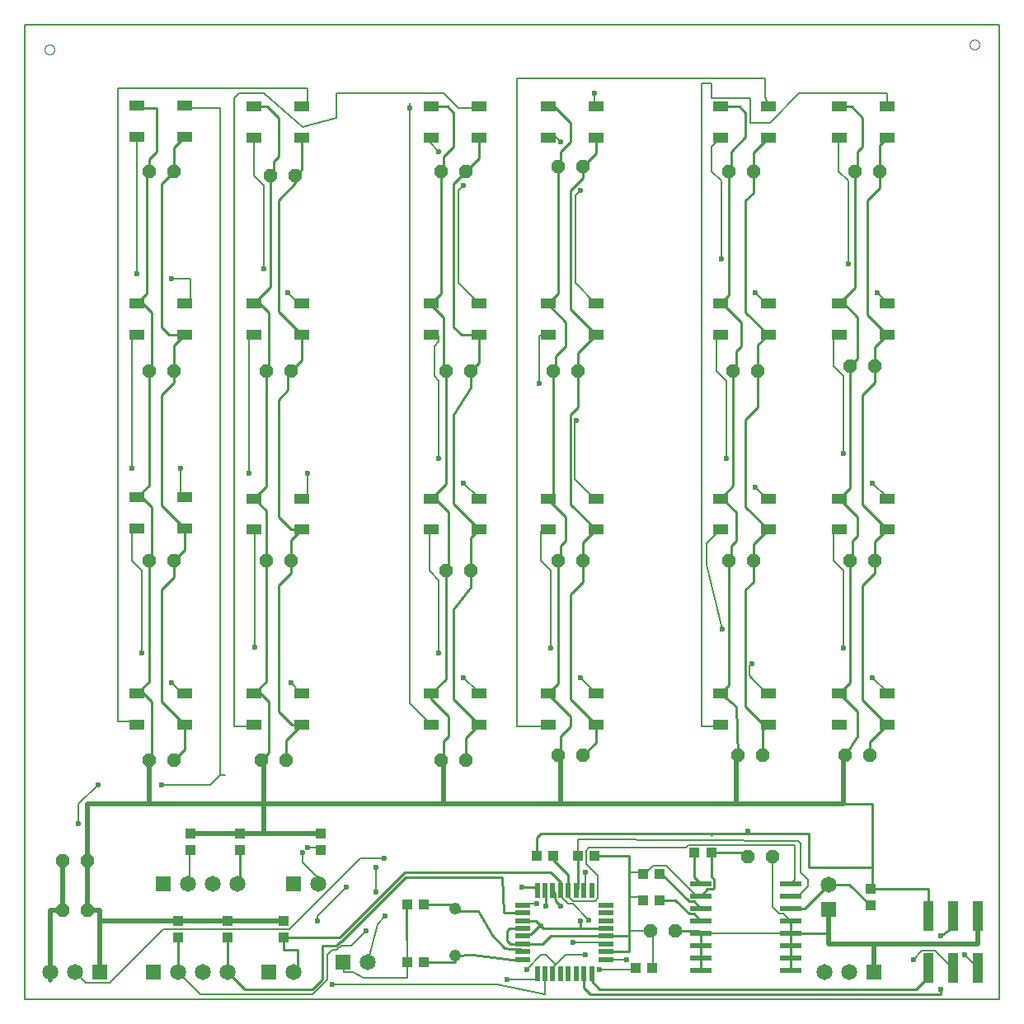
<source format=gtl>
G75*
%MOIN*%
%OFA0B0*%
%FSLAX25Y25*%
%IPPOS*%
%LPD*%
%AMOC8*
5,1,8,0,0,1.08239X$1,22.5*
%
%ADD10C,0.00000*%
%ADD11R,0.05906X0.03937*%
%ADD12R,0.03937X0.12205*%
%ADD13R,0.06496X0.06496*%
%ADD14C,0.06496*%
%ADD15R,0.05906X0.02165*%
%ADD16R,0.02165X0.05906*%
%ADD17R,0.04331X0.03937*%
%ADD18R,0.03937X0.04331*%
%ADD19C,0.04800*%
%ADD20OC8,0.05600*%
%ADD21R,0.08661X0.02362*%
%ADD22C,0.00600*%
%ADD23C,0.02362*%
%ADD24C,0.01000*%
%ADD25C,0.00591*%
%ADD26C,0.02000*%
D10*
X0071650Y0386047D02*
X0071652Y0386135D01*
X0071658Y0386223D01*
X0071668Y0386311D01*
X0071682Y0386399D01*
X0071699Y0386485D01*
X0071721Y0386571D01*
X0071746Y0386655D01*
X0071776Y0386739D01*
X0071808Y0386821D01*
X0071845Y0386901D01*
X0071885Y0386980D01*
X0071929Y0387057D01*
X0071976Y0387132D01*
X0072026Y0387204D01*
X0072080Y0387275D01*
X0072136Y0387342D01*
X0072196Y0387408D01*
X0072258Y0387470D01*
X0072324Y0387530D01*
X0072391Y0387586D01*
X0072462Y0387640D01*
X0072534Y0387690D01*
X0072609Y0387737D01*
X0072686Y0387781D01*
X0072765Y0387821D01*
X0072845Y0387858D01*
X0072927Y0387890D01*
X0073011Y0387920D01*
X0073095Y0387945D01*
X0073181Y0387967D01*
X0073267Y0387984D01*
X0073355Y0387998D01*
X0073443Y0388008D01*
X0073531Y0388014D01*
X0073619Y0388016D01*
X0073707Y0388014D01*
X0073795Y0388008D01*
X0073883Y0387998D01*
X0073971Y0387984D01*
X0074057Y0387967D01*
X0074143Y0387945D01*
X0074227Y0387920D01*
X0074311Y0387890D01*
X0074393Y0387858D01*
X0074473Y0387821D01*
X0074552Y0387781D01*
X0074629Y0387737D01*
X0074704Y0387690D01*
X0074776Y0387640D01*
X0074847Y0387586D01*
X0074914Y0387530D01*
X0074980Y0387470D01*
X0075042Y0387408D01*
X0075102Y0387342D01*
X0075158Y0387275D01*
X0075212Y0387204D01*
X0075262Y0387132D01*
X0075309Y0387057D01*
X0075353Y0386980D01*
X0075393Y0386901D01*
X0075430Y0386821D01*
X0075462Y0386739D01*
X0075492Y0386655D01*
X0075517Y0386571D01*
X0075539Y0386485D01*
X0075556Y0386399D01*
X0075570Y0386311D01*
X0075580Y0386223D01*
X0075586Y0386135D01*
X0075588Y0386047D01*
X0075586Y0385959D01*
X0075580Y0385871D01*
X0075570Y0385783D01*
X0075556Y0385695D01*
X0075539Y0385609D01*
X0075517Y0385523D01*
X0075492Y0385439D01*
X0075462Y0385355D01*
X0075430Y0385273D01*
X0075393Y0385193D01*
X0075353Y0385114D01*
X0075309Y0385037D01*
X0075262Y0384962D01*
X0075212Y0384890D01*
X0075158Y0384819D01*
X0075102Y0384752D01*
X0075042Y0384686D01*
X0074980Y0384624D01*
X0074914Y0384564D01*
X0074847Y0384508D01*
X0074776Y0384454D01*
X0074704Y0384404D01*
X0074629Y0384357D01*
X0074552Y0384313D01*
X0074473Y0384273D01*
X0074393Y0384236D01*
X0074311Y0384204D01*
X0074227Y0384174D01*
X0074143Y0384149D01*
X0074057Y0384127D01*
X0073971Y0384110D01*
X0073883Y0384096D01*
X0073795Y0384086D01*
X0073707Y0384080D01*
X0073619Y0384078D01*
X0073531Y0384080D01*
X0073443Y0384086D01*
X0073355Y0384096D01*
X0073267Y0384110D01*
X0073181Y0384127D01*
X0073095Y0384149D01*
X0073011Y0384174D01*
X0072927Y0384204D01*
X0072845Y0384236D01*
X0072765Y0384273D01*
X0072686Y0384313D01*
X0072609Y0384357D01*
X0072534Y0384404D01*
X0072462Y0384454D01*
X0072391Y0384508D01*
X0072324Y0384564D01*
X0072258Y0384624D01*
X0072196Y0384686D01*
X0072136Y0384752D01*
X0072080Y0384819D01*
X0072026Y0384890D01*
X0071976Y0384962D01*
X0071929Y0385037D01*
X0071885Y0385114D01*
X0071845Y0385193D01*
X0071808Y0385273D01*
X0071776Y0385355D01*
X0071746Y0385439D01*
X0071721Y0385523D01*
X0071699Y0385609D01*
X0071682Y0385695D01*
X0071668Y0385783D01*
X0071658Y0385871D01*
X0071652Y0385959D01*
X0071650Y0386047D01*
X0445666Y0388015D02*
X0445668Y0388103D01*
X0445674Y0388191D01*
X0445684Y0388279D01*
X0445698Y0388367D01*
X0445715Y0388453D01*
X0445737Y0388539D01*
X0445762Y0388623D01*
X0445792Y0388707D01*
X0445824Y0388789D01*
X0445861Y0388869D01*
X0445901Y0388948D01*
X0445945Y0389025D01*
X0445992Y0389100D01*
X0446042Y0389172D01*
X0446096Y0389243D01*
X0446152Y0389310D01*
X0446212Y0389376D01*
X0446274Y0389438D01*
X0446340Y0389498D01*
X0446407Y0389554D01*
X0446478Y0389608D01*
X0446550Y0389658D01*
X0446625Y0389705D01*
X0446702Y0389749D01*
X0446781Y0389789D01*
X0446861Y0389826D01*
X0446943Y0389858D01*
X0447027Y0389888D01*
X0447111Y0389913D01*
X0447197Y0389935D01*
X0447283Y0389952D01*
X0447371Y0389966D01*
X0447459Y0389976D01*
X0447547Y0389982D01*
X0447635Y0389984D01*
X0447723Y0389982D01*
X0447811Y0389976D01*
X0447899Y0389966D01*
X0447987Y0389952D01*
X0448073Y0389935D01*
X0448159Y0389913D01*
X0448243Y0389888D01*
X0448327Y0389858D01*
X0448409Y0389826D01*
X0448489Y0389789D01*
X0448568Y0389749D01*
X0448645Y0389705D01*
X0448720Y0389658D01*
X0448792Y0389608D01*
X0448863Y0389554D01*
X0448930Y0389498D01*
X0448996Y0389438D01*
X0449058Y0389376D01*
X0449118Y0389310D01*
X0449174Y0389243D01*
X0449228Y0389172D01*
X0449278Y0389100D01*
X0449325Y0389025D01*
X0449369Y0388948D01*
X0449409Y0388869D01*
X0449446Y0388789D01*
X0449478Y0388707D01*
X0449508Y0388623D01*
X0449533Y0388539D01*
X0449555Y0388453D01*
X0449572Y0388367D01*
X0449586Y0388279D01*
X0449596Y0388191D01*
X0449602Y0388103D01*
X0449604Y0388015D01*
X0449602Y0387927D01*
X0449596Y0387839D01*
X0449586Y0387751D01*
X0449572Y0387663D01*
X0449555Y0387577D01*
X0449533Y0387491D01*
X0449508Y0387407D01*
X0449478Y0387323D01*
X0449446Y0387241D01*
X0449409Y0387161D01*
X0449369Y0387082D01*
X0449325Y0387005D01*
X0449278Y0386930D01*
X0449228Y0386858D01*
X0449174Y0386787D01*
X0449118Y0386720D01*
X0449058Y0386654D01*
X0448996Y0386592D01*
X0448930Y0386532D01*
X0448863Y0386476D01*
X0448792Y0386422D01*
X0448720Y0386372D01*
X0448645Y0386325D01*
X0448568Y0386281D01*
X0448489Y0386241D01*
X0448409Y0386204D01*
X0448327Y0386172D01*
X0448243Y0386142D01*
X0448159Y0386117D01*
X0448073Y0386095D01*
X0447987Y0386078D01*
X0447899Y0386064D01*
X0447811Y0386054D01*
X0447723Y0386048D01*
X0447635Y0386046D01*
X0447547Y0386048D01*
X0447459Y0386054D01*
X0447371Y0386064D01*
X0447283Y0386078D01*
X0447197Y0386095D01*
X0447111Y0386117D01*
X0447027Y0386142D01*
X0446943Y0386172D01*
X0446861Y0386204D01*
X0446781Y0386241D01*
X0446702Y0386281D01*
X0446625Y0386325D01*
X0446550Y0386372D01*
X0446478Y0386422D01*
X0446407Y0386476D01*
X0446340Y0386532D01*
X0446274Y0386592D01*
X0446212Y0386654D01*
X0446152Y0386720D01*
X0446096Y0386787D01*
X0446042Y0386858D01*
X0445992Y0386930D01*
X0445945Y0387005D01*
X0445901Y0387082D01*
X0445861Y0387161D01*
X0445824Y0387241D01*
X0445792Y0387323D01*
X0445762Y0387407D01*
X0445737Y0387491D01*
X0445715Y0387577D01*
X0445698Y0387663D01*
X0445684Y0387751D01*
X0445674Y0387839D01*
X0445668Y0387927D01*
X0445666Y0388015D01*
D11*
X0412335Y0362991D03*
X0412335Y0350393D03*
X0393044Y0350393D03*
X0393044Y0362991D03*
X0364146Y0362991D03*
X0364146Y0350393D03*
X0344855Y0350393D03*
X0344855Y0362991D03*
X0294461Y0362991D03*
X0294461Y0350393D03*
X0275170Y0350393D03*
X0275170Y0362991D03*
X0247335Y0362991D03*
X0247335Y0350393D03*
X0228044Y0350393D03*
X0228044Y0362991D03*
X0175642Y0362991D03*
X0175642Y0350393D03*
X0156351Y0350393D03*
X0156351Y0362991D03*
X0128280Y0363385D03*
X0128280Y0350787D03*
X0108989Y0350787D03*
X0108989Y0363385D03*
X0108989Y0283306D03*
X0108989Y0270708D03*
X0128280Y0270708D03*
X0128280Y0283306D03*
X0156233Y0283306D03*
X0156233Y0270708D03*
X0175524Y0270708D03*
X0175524Y0283306D03*
X0228044Y0283306D03*
X0228044Y0270708D03*
X0247335Y0270708D03*
X0247335Y0283306D03*
X0275170Y0283306D03*
X0275170Y0270708D03*
X0294461Y0270708D03*
X0294461Y0283306D03*
X0344855Y0283306D03*
X0344855Y0270708D03*
X0364146Y0270708D03*
X0364146Y0283306D03*
X0393044Y0283306D03*
X0393044Y0270708D03*
X0412335Y0270708D03*
X0412335Y0283306D03*
X0412335Y0204527D03*
X0412335Y0191928D03*
X0393044Y0191928D03*
X0393044Y0204527D03*
X0364146Y0204527D03*
X0364146Y0191928D03*
X0344855Y0191928D03*
X0344855Y0204527D03*
X0294461Y0204527D03*
X0294461Y0191928D03*
X0275170Y0191928D03*
X0275170Y0204527D03*
X0247335Y0204527D03*
X0247335Y0191928D03*
X0228044Y0191928D03*
X0228044Y0204527D03*
X0175524Y0204527D03*
X0175524Y0191928D03*
X0156233Y0191928D03*
X0156233Y0204527D03*
X0128280Y0204921D03*
X0128280Y0192322D03*
X0108989Y0192322D03*
X0108989Y0204921D03*
X0108989Y0125590D03*
X0108989Y0112991D03*
X0128280Y0112991D03*
X0128280Y0125590D03*
X0156233Y0125590D03*
X0156233Y0112991D03*
X0175524Y0112991D03*
X0175524Y0125590D03*
X0228044Y0125590D03*
X0228044Y0112991D03*
X0247335Y0112991D03*
X0247335Y0125590D03*
X0275170Y0125590D03*
X0275170Y0112991D03*
X0294461Y0112991D03*
X0294461Y0125590D03*
X0344855Y0125590D03*
X0344855Y0112991D03*
X0364146Y0112991D03*
X0364146Y0125590D03*
X0393044Y0125590D03*
X0393044Y0112991D03*
X0412335Y0112991D03*
X0412335Y0125590D03*
D12*
X0429107Y0035826D03*
X0439107Y0035826D03*
X0449107Y0035826D03*
X0449107Y0014566D03*
X0439107Y0014566D03*
X0429107Y0014566D03*
D13*
X0407020Y0013188D03*
X0388579Y0038527D03*
X0192335Y0017125D03*
X0162335Y0013188D03*
X0172217Y0048621D03*
X0119540Y0048621D03*
X0115485Y0013188D03*
X0094028Y0013188D03*
D14*
X0084028Y0013188D03*
X0074028Y0013188D03*
X0125485Y0013188D03*
X0135485Y0013188D03*
X0145485Y0013188D03*
X0172335Y0013188D03*
X0202335Y0017125D03*
X0182217Y0048621D03*
X0149540Y0048621D03*
X0139540Y0048621D03*
X0129540Y0048621D03*
X0388579Y0048527D03*
X0387020Y0013188D03*
X0397020Y0013188D03*
D15*
X0298753Y0018110D03*
X0298753Y0021259D03*
X0298753Y0024409D03*
X0298753Y0027558D03*
X0298753Y0030708D03*
X0298753Y0033858D03*
X0298753Y0037007D03*
X0298753Y0040157D03*
X0264894Y0040157D03*
X0264894Y0037007D03*
X0264894Y0033858D03*
X0264894Y0030708D03*
X0264894Y0027558D03*
X0264894Y0024409D03*
X0264894Y0021259D03*
X0264894Y0018110D03*
D16*
X0270800Y0012204D03*
X0273949Y0012204D03*
X0277099Y0012204D03*
X0280249Y0012204D03*
X0283398Y0012204D03*
X0286548Y0012204D03*
X0289698Y0012204D03*
X0292847Y0012204D03*
X0292847Y0046062D03*
X0289698Y0046062D03*
X0286548Y0046062D03*
X0283398Y0046062D03*
X0280249Y0046062D03*
X0277099Y0046062D03*
X0273949Y0046062D03*
X0270800Y0046062D03*
D17*
X0224934Y0040354D03*
X0218241Y0040354D03*
X0218170Y0017173D03*
X0224863Y0017173D03*
X0183280Y0062401D03*
X0183280Y0069094D03*
X0150603Y0069094D03*
X0150603Y0062401D03*
X0130603Y0062401D03*
X0130603Y0069094D03*
X0125485Y0033661D03*
X0125485Y0026968D03*
X0145485Y0026968D03*
X0145485Y0033661D03*
X0168398Y0033661D03*
X0168398Y0026968D03*
X0405509Y0039984D03*
X0405509Y0046677D03*
D18*
X0341138Y0061362D03*
X0334446Y0061362D03*
X0320272Y0052858D03*
X0313579Y0052858D03*
X0313579Y0041991D03*
X0320272Y0041991D03*
X0293871Y0059881D03*
X0287178Y0059881D03*
X0277375Y0059881D03*
X0270682Y0059881D03*
X0310593Y0014645D03*
X0317286Y0014645D03*
D19*
X0237453Y0019759D03*
X0237453Y0038759D03*
D20*
X0242005Y0098645D03*
X0232005Y0098645D03*
X0279249Y0100614D03*
X0289249Y0100614D03*
X0352083Y0100614D03*
X0362083Y0100614D03*
X0395390Y0100614D03*
X0405390Y0100614D03*
X0366020Y0059669D03*
X0356020Y0059669D03*
X0326650Y0029747D03*
X0316650Y0029747D03*
X0169170Y0098645D03*
X0159170Y0098645D03*
X0123894Y0098645D03*
X0113894Y0098645D03*
X0089028Y0058188D03*
X0079028Y0058188D03*
X0079028Y0038188D03*
X0089028Y0038188D03*
X0233973Y0175417D03*
X0243973Y0175417D03*
X0279249Y0179354D03*
X0289249Y0179354D03*
X0348146Y0179354D03*
X0358146Y0179354D03*
X0397359Y0179354D03*
X0407359Y0179354D03*
X0407359Y0258094D03*
X0397359Y0258094D03*
X0360115Y0256125D03*
X0350115Y0256125D03*
X0287280Y0256125D03*
X0277280Y0256125D03*
X0243973Y0256125D03*
X0233973Y0256125D03*
X0171138Y0256125D03*
X0161138Y0256125D03*
X0123894Y0256125D03*
X0113894Y0256125D03*
X0113894Y0179354D03*
X0123894Y0179354D03*
X0161138Y0179354D03*
X0171138Y0179354D03*
X0173107Y0334865D03*
X0163107Y0334865D03*
X0123894Y0336834D03*
X0113894Y0336834D03*
X0232005Y0336834D03*
X0242005Y0336834D03*
X0279249Y0338802D03*
X0289249Y0338802D03*
X0348146Y0336834D03*
X0358146Y0336834D03*
X0399327Y0336834D03*
X0409327Y0336834D03*
D21*
X0373225Y0048822D03*
X0373225Y0043822D03*
X0373225Y0038822D03*
X0373225Y0033822D03*
X0373225Y0028822D03*
X0373225Y0023822D03*
X0373225Y0018822D03*
X0373225Y0013822D03*
X0337005Y0013822D03*
X0337005Y0018822D03*
X0337005Y0023822D03*
X0337005Y0028822D03*
X0337005Y0033822D03*
X0337005Y0038822D03*
X0337005Y0043822D03*
X0337005Y0048822D03*
D22*
X0457477Y0002188D02*
X0063776Y0002188D01*
X0063776Y0395889D01*
X0457477Y0395889D01*
X0457477Y0002188D01*
X0449107Y0014566D02*
X0448976Y0014788D01*
X0443576Y0020188D01*
X0380312Y0047858D02*
X0380312Y0050220D01*
X0377162Y0053369D01*
X0377162Y0065180D01*
X0376375Y0065968D01*
X0289760Y0066750D01*
X0289146Y0066755D01*
X0287178Y0066755D01*
X0287178Y0059881D01*
X0290576Y0062188D02*
X0290576Y0056788D01*
X0295376Y0051988D01*
X0295376Y0042988D01*
X0294176Y0041788D01*
X0285176Y0041788D01*
X0283976Y0042988D01*
X0283976Y0045988D01*
X0283398Y0046062D01*
X0280376Y0045988D02*
X0280376Y0043588D01*
X0283376Y0040588D01*
X0285176Y0040588D01*
X0291776Y0033988D01*
X0285176Y0024988D02*
X0298376Y0024988D01*
X0298753Y0024409D01*
X0307871Y0024905D02*
X0307871Y0023842D01*
X0307871Y0029747D02*
X0316650Y0029747D01*
X0317713Y0029747D01*
X0317713Y0015968D01*
X0317286Y0014645D01*
X0310593Y0014645D02*
X0309839Y0013999D01*
X0296060Y0013999D01*
X0290154Y0019905D02*
X0282280Y0019905D01*
X0278343Y0015968D01*
X0274406Y0019905D01*
X0272438Y0019905D01*
X0266532Y0013999D01*
X0270469Y0012031D02*
X0270469Y0010062D01*
X0258658Y0010062D01*
X0254721Y0008094D02*
X0273949Y0004157D01*
X0273949Y0012204D01*
X0276375Y0013999D02*
X0277099Y0012204D01*
X0276375Y0013999D02*
X0278343Y0015968D01*
X0270800Y0012204D02*
X0270469Y0012031D01*
X0254721Y0008094D02*
X0187792Y0008094D01*
X0185823Y0010062D02*
X0185823Y0019905D01*
X0187792Y0021873D01*
X0189760Y0021873D01*
X0191729Y0023842D01*
X0195666Y0023842D01*
X0201572Y0029747D01*
X0206272Y0032480D02*
X0202335Y0017125D01*
X0200576Y0010757D02*
X0196376Y0012988D01*
X0192776Y0012988D01*
X0192335Y0017125D01*
X0185823Y0010062D02*
X0179918Y0004157D01*
X0134642Y0004157D01*
X0126768Y0012031D01*
X0125485Y0013188D01*
X0119576Y0030388D02*
X0097976Y0008788D01*
X0088376Y0008788D01*
X0084176Y0012988D01*
X0084028Y0013188D01*
X0119576Y0030388D02*
X0170576Y0030388D01*
X0199376Y0059188D01*
X0208976Y0059188D01*
X0205509Y0055338D02*
X0205509Y0045495D01*
X0217846Y0040902D02*
X0218241Y0040354D01*
X0218446Y0040302D01*
X0218446Y0017502D01*
X0218170Y0017173D01*
X0218145Y0010757D02*
X0217846Y0040902D01*
X0209446Y0035653D02*
X0206272Y0032480D01*
X0193698Y0047464D02*
X0181886Y0035653D01*
X0181886Y0033684D01*
X0182217Y0048621D02*
X0183855Y0049432D01*
X0175981Y0057306D01*
X0175981Y0061243D01*
X0177949Y0063212D02*
X0181886Y0063212D01*
X0183280Y0062401D01*
X0144485Y0092739D02*
X0142516Y0092739D01*
X0138579Y0088802D01*
X0118894Y0088802D01*
X0142516Y0092739D02*
X0142516Y0362425D01*
X0128737Y0362425D01*
X0128280Y0363385D01*
X0148422Y0366362D02*
X0150390Y0368330D01*
X0160233Y0368330D01*
X0175981Y0354551D01*
X0189760Y0358488D01*
X0189760Y0368330D01*
X0233068Y0368330D01*
X0238973Y0362425D01*
X0246847Y0362425D01*
X0247335Y0362991D01*
X0262595Y0374236D02*
X0362989Y0374236D01*
X0362989Y0366928D01*
X0364146Y0362991D01*
X0362989Y0362425D01*
X0357083Y0366362D02*
X0357083Y0356519D01*
X0364957Y0356519D01*
X0376768Y0368330D01*
X0412201Y0368330D01*
X0412201Y0362991D01*
X0412335Y0362991D01*
X0393044Y0350393D02*
X0392516Y0348645D01*
X0392516Y0336834D01*
X0396453Y0332897D01*
X0396453Y0299432D01*
X0408264Y0287621D02*
X0412201Y0283684D01*
X0412335Y0283306D01*
X0392516Y0271873D02*
X0390548Y0269905D01*
X0390548Y0258094D01*
X0394485Y0254157D01*
X0394485Y0222661D01*
X0406296Y0210850D02*
X0412201Y0204944D01*
X0412335Y0204527D01*
X0392516Y0193133D02*
X0393044Y0191928D01*
X0392516Y0193133D02*
X0390548Y0191165D01*
X0390548Y0179354D01*
X0394485Y0175417D01*
X0394485Y0143921D01*
X0406296Y0132110D02*
X0412201Y0126204D01*
X0412335Y0125590D01*
X0364146Y0125590D02*
X0362989Y0126204D01*
X0357280Y0131913D01*
X0357477Y0132110D01*
X0356690Y0132897D01*
X0356690Y0136834D01*
X0357477Y0137621D01*
X0357083Y0132110D02*
X0357280Y0131913D01*
X0344855Y0112991D02*
X0344855Y0112425D01*
X0337398Y0112425D01*
X0337398Y0372267D01*
X0341335Y0372267D01*
X0341335Y0366362D01*
X0357083Y0366362D01*
X0344855Y0350393D02*
X0343304Y0348645D01*
X0341335Y0346677D01*
X0341335Y0336834D01*
X0345272Y0332897D01*
X0345272Y0301401D01*
X0359052Y0287621D02*
X0362989Y0283684D01*
X0364146Y0283306D01*
X0344855Y0270708D02*
X0343304Y0269905D01*
X0343304Y0256125D01*
X0347241Y0252188D01*
X0347241Y0220692D01*
X0359052Y0208881D02*
X0362989Y0204944D01*
X0364146Y0204527D01*
X0344855Y0191928D02*
X0339367Y0186440D01*
X0339367Y0177779D01*
X0345666Y0151795D01*
X0294461Y0125590D02*
X0294091Y0126204D01*
X0288186Y0132110D01*
X0276375Y0143921D02*
X0276375Y0175417D01*
X0272438Y0179354D01*
X0272438Y0191165D01*
X0274406Y0193133D01*
X0275170Y0191928D01*
X0293698Y0204551D02*
X0294461Y0204527D01*
X0293698Y0204551D02*
X0285823Y0212425D01*
X0285823Y0235259D01*
X0286611Y0236047D01*
X0271650Y0251007D02*
X0271650Y0269905D01*
X0272438Y0270692D01*
X0274800Y0270692D01*
X0275170Y0270708D01*
X0294091Y0283684D02*
X0294461Y0283306D01*
X0294091Y0283684D02*
X0286217Y0291558D01*
X0286217Y0326991D01*
X0288186Y0328960D01*
X0280312Y0348645D02*
X0278343Y0350614D01*
X0276375Y0350614D01*
X0275170Y0350393D01*
X0294091Y0362425D02*
X0294091Y0368330D01*
X0294461Y0362991D02*
X0294091Y0362425D01*
X0262595Y0374236D02*
X0262595Y0112425D01*
X0275170Y0112425D01*
X0275170Y0112991D01*
X0276375Y0114393D01*
X0247335Y0125590D02*
X0246847Y0126204D01*
X0240942Y0132110D01*
X0231099Y0141952D02*
X0231099Y0171480D01*
X0227162Y0175417D01*
X0227162Y0191165D01*
X0228044Y0191928D01*
X0246847Y0204944D02*
X0247335Y0204527D01*
X0246847Y0204944D02*
X0240942Y0210850D01*
X0231099Y0220692D02*
X0231099Y0252188D01*
X0229131Y0254157D01*
X0229131Y0265968D01*
X0231099Y0267936D01*
X0231099Y0269905D01*
X0229131Y0271873D01*
X0228044Y0270708D01*
X0246847Y0283684D02*
X0247335Y0283306D01*
X0246847Y0283684D02*
X0238973Y0291558D01*
X0238973Y0328960D01*
X0240942Y0330928D01*
X0231099Y0344708D02*
X0227162Y0348645D01*
X0228044Y0350393D01*
X0219288Y0362425D02*
X0219288Y0364393D01*
X0219288Y0362425D02*
X0219288Y0121747D01*
X0228044Y0112991D01*
X0175524Y0125590D02*
X0175376Y0125788D01*
X0171176Y0129988D01*
X0156776Y0144388D02*
X0156776Y0191788D01*
X0156233Y0191928D01*
X0175981Y0202976D02*
X0175524Y0204527D01*
X0175981Y0202976D02*
X0177949Y0204944D01*
X0177949Y0214787D01*
X0154327Y0214787D02*
X0154327Y0269905D01*
X0156233Y0270708D01*
X0170075Y0287621D02*
X0174012Y0283684D01*
X0175524Y0283306D01*
X0160233Y0297464D02*
X0160233Y0330928D01*
X0156296Y0334865D01*
X0156296Y0348645D01*
X0156351Y0350393D01*
X0148422Y0366362D02*
X0148422Y0112425D01*
X0156233Y0112425D01*
X0156233Y0112991D01*
X0128280Y0125590D02*
X0126768Y0126204D01*
X0122831Y0130141D01*
X0111020Y0141952D02*
X0111020Y0175417D01*
X0107083Y0179354D01*
X0107083Y0191165D01*
X0108989Y0192322D01*
X0126768Y0204944D02*
X0128280Y0204921D01*
X0126768Y0204944D02*
X0126768Y0216755D01*
X0107083Y0216755D02*
X0107083Y0269905D01*
X0108989Y0270708D01*
X0128737Y0281716D02*
X0128280Y0283306D01*
X0128737Y0281716D02*
X0130705Y0283684D01*
X0130705Y0293527D01*
X0122831Y0293527D01*
X0109052Y0295495D02*
X0109052Y0325023D01*
X0108989Y0325086D01*
X0108989Y0350787D01*
X0101178Y0370299D02*
X0177949Y0370299D01*
X0177949Y0362991D01*
X0175642Y0362991D01*
X0101178Y0370299D02*
X0101178Y0114393D01*
X0108989Y0114393D01*
X0108989Y0112991D01*
X0093304Y0088802D02*
X0085430Y0080928D01*
X0085430Y0073054D01*
X0130376Y0062188D02*
X0130376Y0049588D01*
X0129776Y0048988D01*
X0129540Y0048621D01*
X0130376Y0062188D02*
X0130603Y0062401D01*
X0200576Y0010757D02*
X0218145Y0010757D01*
X0264894Y0040157D02*
X0265376Y0040588D01*
X0270776Y0040588D01*
X0280249Y0046062D02*
X0280376Y0045988D01*
X0289698Y0046062D02*
X0290154Y0046519D01*
X0290154Y0053369D01*
X0290576Y0062188D02*
X0291776Y0063388D01*
X0331079Y0063388D01*
X0332108Y0064417D01*
X0343476Y0064417D01*
X0343500Y0064393D01*
X0374800Y0064393D01*
X0374800Y0050397D01*
X0373225Y0048822D01*
X0373225Y0043822D02*
X0376276Y0043822D01*
X0380312Y0047858D01*
X0370297Y0036751D02*
X0368525Y0036751D01*
X0366020Y0039256D01*
X0366020Y0059669D01*
X0355976Y0069117D02*
X0355976Y0069988D01*
X0321650Y0041558D02*
X0320272Y0041991D01*
X0313579Y0041991D02*
X0313579Y0043527D01*
X0307871Y0043527D01*
X0307871Y0053369D02*
X0313579Y0053369D01*
X0313579Y0052858D01*
X0337005Y0028822D02*
X0373225Y0028822D01*
X0373225Y0033822D02*
X0370297Y0036751D01*
X0393044Y0270708D02*
X0392516Y0271873D01*
D23*
X0408264Y0287621D03*
X0396453Y0299432D03*
X0359052Y0287621D03*
X0345272Y0301401D03*
X0288186Y0328960D03*
X0280312Y0348645D03*
X0294091Y0368330D03*
X0240942Y0330928D03*
X0231099Y0344708D03*
X0219288Y0362425D03*
X0160233Y0297464D03*
X0170075Y0287621D03*
X0122831Y0293527D03*
X0109052Y0295495D03*
X0107083Y0216755D03*
X0126768Y0216755D03*
X0154327Y0214787D03*
X0177949Y0214787D03*
X0231099Y0220692D03*
X0240942Y0210850D03*
X0286611Y0236047D03*
X0271650Y0251007D03*
X0347241Y0220692D03*
X0359052Y0208881D03*
X0394485Y0222661D03*
X0406296Y0210850D03*
X0345666Y0151795D03*
X0357477Y0137621D03*
X0394485Y0143921D03*
X0406296Y0132110D03*
X0355976Y0069988D03*
X0307083Y0018133D03*
X0296060Y0013999D03*
X0290154Y0019905D03*
X0285176Y0024988D03*
X0288186Y0033684D03*
X0291776Y0033988D03*
X0280312Y0039590D03*
X0274406Y0039590D03*
X0270776Y0040588D03*
X0264564Y0047464D03*
X0272438Y0031716D03*
X0266532Y0013999D03*
X0258658Y0010062D03*
X0209446Y0035653D03*
X0201572Y0029747D03*
X0205509Y0045495D03*
X0205509Y0055338D03*
X0208976Y0059188D03*
X0193698Y0047464D03*
X0181886Y0033684D03*
X0187792Y0008094D03*
X0175981Y0061243D03*
X0177949Y0063212D03*
X0118894Y0088802D03*
X0093304Y0088802D03*
X0085430Y0073054D03*
X0122831Y0130141D03*
X0111020Y0141952D03*
X0156776Y0144388D03*
X0171176Y0129988D03*
X0231099Y0141952D03*
X0240942Y0132110D03*
X0276375Y0143921D03*
X0288186Y0132110D03*
X0290154Y0053369D03*
X0422831Y0018133D03*
X0433855Y0027779D03*
X0443576Y0020188D03*
X0433855Y0006125D03*
D24*
X0433855Y0004157D01*
X0292123Y0004157D01*
X0289698Y0006582D01*
X0289698Y0012204D01*
X0292847Y0012204D02*
X0292847Y0009338D01*
X0296060Y0006125D01*
X0424012Y0006125D01*
X0429918Y0012031D01*
X0429918Y0013755D01*
X0429107Y0014566D01*
X0433855Y0027779D02*
X0439760Y0031716D01*
X0439760Y0035653D01*
X0439107Y0035826D01*
X0429107Y0035826D02*
X0429107Y0046677D01*
X0405509Y0046677D01*
X0406296Y0046677D01*
X0406296Y0055338D01*
X0380705Y0055338D01*
X0380705Y0069117D01*
X0355976Y0069117D01*
X0341729Y0069117D01*
X0341138Y0068527D01*
X0341729Y0069117D02*
X0272438Y0069117D01*
X0270682Y0067362D01*
X0270682Y0059881D01*
X0277375Y0059881D02*
X0277375Y0058275D01*
X0283398Y0052251D01*
X0283398Y0046062D01*
X0280312Y0046125D02*
X0280312Y0049432D01*
X0276375Y0053369D01*
X0217320Y0053369D01*
X0190918Y0026968D01*
X0168398Y0026968D01*
X0168398Y0021873D01*
X0174012Y0021873D01*
X0174012Y0013188D01*
X0172335Y0013188D01*
X0179918Y0006125D02*
X0152548Y0006125D01*
X0145485Y0013188D01*
X0145485Y0026968D01*
X0125485Y0026968D02*
X0125485Y0013188D01*
X0149540Y0048621D02*
X0150603Y0048621D01*
X0150603Y0062401D01*
X0159170Y0098645D02*
X0162201Y0101677D01*
X0162201Y0122267D01*
X0158879Y0125590D01*
X0156233Y0125590D01*
X0161138Y0130495D01*
X0161138Y0179354D01*
X0161138Y0199621D01*
X0156233Y0204527D01*
X0161138Y0209432D01*
X0161138Y0256125D01*
X0162201Y0257188D01*
X0162201Y0279747D01*
X0158642Y0283306D01*
X0156233Y0283306D01*
X0163107Y0290180D01*
X0163107Y0334865D01*
X0164170Y0335928D01*
X0164170Y0340771D01*
X0166138Y0342739D01*
X0166138Y0358488D01*
X0161635Y0362991D01*
X0156351Y0362991D01*
X0175642Y0350393D02*
X0175642Y0337401D01*
X0173107Y0334865D01*
X0173107Y0331991D01*
X0166138Y0325023D01*
X0166138Y0280094D01*
X0175524Y0270708D01*
X0175524Y0260511D01*
X0171138Y0256125D01*
X0170075Y0255062D01*
X0170075Y0248251D01*
X0166138Y0244314D01*
X0166138Y0197070D01*
X0171280Y0191928D01*
X0175524Y0191928D01*
X0171138Y0187543D01*
X0171138Y0179354D01*
X0171138Y0174511D01*
X0166138Y0169511D01*
X0166138Y0118330D01*
X0171477Y0112991D01*
X0175524Y0112991D01*
X0169170Y0106637D01*
X0169170Y0098645D01*
X0128280Y0103031D02*
X0123894Y0098645D01*
X0128280Y0103031D02*
X0128280Y0112991D01*
X0118894Y0122377D01*
X0118894Y0167543D01*
X0123894Y0172543D01*
X0123894Y0179354D01*
X0128280Y0183739D01*
X0128280Y0192322D01*
X0118894Y0201708D01*
X0118894Y0246283D01*
X0123894Y0251283D01*
X0123894Y0256125D01*
X0123894Y0266322D01*
X0128280Y0270708D01*
X0122028Y0270708D01*
X0118894Y0273842D01*
X0118894Y0331834D01*
X0123894Y0336834D01*
X0123894Y0346401D01*
X0128280Y0350787D01*
X0116926Y0344708D02*
X0113894Y0341677D01*
X0113894Y0336834D01*
X0112989Y0335928D01*
X0112989Y0287306D01*
X0108989Y0283306D01*
X0111398Y0283306D01*
X0114957Y0279747D01*
X0114957Y0257188D01*
X0113894Y0256125D01*
X0113894Y0209826D01*
X0108989Y0204921D01*
X0111044Y0204921D01*
X0114957Y0201007D01*
X0114957Y0180417D01*
X0113894Y0179354D01*
X0113894Y0130495D01*
X0108989Y0125590D01*
X0111635Y0125590D01*
X0114957Y0122267D01*
X0114957Y0099708D01*
X0113894Y0098645D01*
X0183855Y0023842D02*
X0183855Y0010062D01*
X0179918Y0006125D01*
X0183855Y0023842D02*
X0189760Y0023842D01*
X0191286Y0025368D01*
X0191581Y0025368D01*
X0217614Y0051401D01*
X0256690Y0051401D01*
X0257304Y0037007D01*
X0264894Y0037007D01*
X0264894Y0033858D02*
X0270296Y0033858D01*
X0272438Y0031716D01*
X0273446Y0030708D01*
X0288186Y0030708D01*
X0288186Y0033684D01*
X0288186Y0030708D02*
X0298753Y0030708D01*
X0298753Y0027779D02*
X0276375Y0027779D01*
X0273005Y0024409D01*
X0264894Y0024409D01*
X0260060Y0024409D01*
X0258658Y0025810D01*
X0258658Y0029747D01*
X0259619Y0030708D01*
X0264894Y0030708D01*
X0265861Y0028525D02*
X0268303Y0028525D01*
X0271493Y0031716D01*
X0272438Y0031716D01*
X0265861Y0028525D02*
X0264894Y0027558D01*
X0263927Y0022226D02*
X0259980Y0022226D01*
X0257596Y0022688D01*
X0252753Y0028073D01*
X0246847Y0037621D01*
X0237453Y0037621D01*
X0237453Y0038759D01*
X0237453Y0040354D01*
X0224934Y0040354D01*
X0237005Y0019759D02*
X0244879Y0019905D01*
X0260627Y0017936D01*
X0264721Y0017936D01*
X0264894Y0018110D01*
X0264894Y0021259D02*
X0263927Y0022226D01*
X0274406Y0039590D02*
X0274406Y0045606D01*
X0273949Y0046062D01*
X0270800Y0046062D02*
X0269398Y0047464D01*
X0264564Y0047464D01*
X0277099Y0046062D02*
X0278066Y0045095D01*
X0278066Y0042654D01*
X0278343Y0042377D01*
X0278343Y0041558D01*
X0280312Y0039590D01*
X0280249Y0046062D02*
X0280312Y0046125D01*
X0286548Y0046062D02*
X0287178Y0046692D01*
X0287178Y0059881D01*
X0293871Y0059881D02*
X0307871Y0059881D01*
X0307871Y0053369D01*
X0307871Y0043527D01*
X0307871Y0029747D01*
X0307871Y0027779D01*
X0307871Y0023842D01*
X0307871Y0021259D01*
X0298753Y0021259D01*
X0298753Y0027558D02*
X0298753Y0027779D01*
X0307871Y0027779D01*
X0320272Y0041991D02*
X0326781Y0041991D01*
X0332222Y0036551D01*
X0334276Y0036551D01*
X0337005Y0033822D01*
X0336079Y0029747D02*
X0337005Y0028822D01*
X0337005Y0023822D01*
X0337005Y0018822D01*
X0337005Y0013822D01*
X0336079Y0029747D02*
X0326650Y0029747D01*
X0337005Y0038822D02*
X0334276Y0041551D01*
X0332222Y0041551D01*
X0320915Y0052858D01*
X0320272Y0052858D01*
X0334446Y0051381D02*
X0337005Y0048822D01*
X0339733Y0046551D02*
X0341787Y0046551D01*
X0342426Y0047189D01*
X0342426Y0050455D01*
X0341138Y0051742D01*
X0341138Y0061362D01*
X0354327Y0061362D01*
X0356020Y0059669D01*
X0355808Y0059881D01*
X0339733Y0046551D02*
X0337005Y0043822D01*
X0334446Y0051381D02*
X0334446Y0061362D01*
X0373225Y0038822D02*
X0378875Y0038822D01*
X0388579Y0048527D01*
X0396965Y0048527D01*
X0405509Y0039984D01*
X0406296Y0055338D02*
X0406296Y0080928D01*
X0394485Y0080928D01*
X0395390Y0100614D02*
X0400390Y0108488D01*
X0400390Y0118330D01*
X0393044Y0125590D01*
X0397359Y0129905D01*
X0397359Y0179354D01*
X0398422Y0180417D01*
X0398422Y0187228D01*
X0400390Y0189196D01*
X0400390Y0197070D01*
X0393044Y0204417D01*
X0393044Y0204527D01*
X0397359Y0208842D01*
X0397359Y0258094D01*
X0400390Y0261125D01*
X0400390Y0277779D01*
X0394863Y0283306D01*
X0393044Y0283306D01*
X0399327Y0289590D01*
X0399327Y0336834D01*
X0400390Y0337897D01*
X0400390Y0344708D01*
X0402359Y0346677D01*
X0402359Y0358488D01*
X0397855Y0362991D01*
X0393044Y0362991D01*
X0409327Y0347385D02*
X0412335Y0350393D01*
X0409327Y0347385D02*
X0409327Y0336834D01*
X0409327Y0330023D01*
X0404327Y0325023D01*
X0404327Y0278716D01*
X0412335Y0270708D01*
X0407359Y0265732D01*
X0407359Y0258094D01*
X0407359Y0251283D01*
X0402359Y0246283D01*
X0402359Y0201905D01*
X0412335Y0191928D01*
X0407359Y0186952D01*
X0407359Y0179354D01*
X0407359Y0174511D01*
X0402359Y0169511D01*
X0402359Y0122968D01*
X0412335Y0112991D01*
X0405390Y0106047D01*
X0405390Y0100614D01*
X0364146Y0112991D02*
X0363284Y0112129D01*
X0355115Y0120299D01*
X0355115Y0167543D01*
X0358146Y0170574D01*
X0358146Y0179354D01*
X0358146Y0185928D01*
X0364146Y0191928D01*
X0355115Y0200960D01*
X0355115Y0236440D01*
X0360115Y0241440D01*
X0360115Y0256125D01*
X0360115Y0266677D01*
X0364146Y0270708D01*
X0355115Y0279739D01*
X0355115Y0325023D01*
X0358146Y0328054D01*
X0358146Y0336834D01*
X0358146Y0344393D01*
X0364146Y0350393D01*
X0355115Y0350614D02*
X0349209Y0344708D01*
X0349209Y0337897D01*
X0348146Y0336834D01*
X0348146Y0286598D01*
X0344855Y0283306D01*
X0345650Y0283306D01*
X0353146Y0275810D01*
X0353146Y0265968D01*
X0351178Y0263999D01*
X0351178Y0257188D01*
X0350115Y0256125D01*
X0350115Y0209787D01*
X0344855Y0204527D01*
X0345690Y0204527D01*
X0351178Y0199039D01*
X0351178Y0187228D01*
X0349209Y0185259D01*
X0349209Y0180417D01*
X0348146Y0179354D01*
X0348146Y0128881D01*
X0344855Y0125590D01*
X0351178Y0120299D01*
X0352083Y0100614D01*
X0362083Y0100614D02*
X0362083Y0110928D01*
X0363284Y0112129D01*
X0294461Y0112991D02*
X0294461Y0105826D01*
X0289249Y0100614D01*
X0280312Y0101677D02*
X0280312Y0108488D01*
X0284249Y0112425D01*
X0284249Y0116362D01*
X0275170Y0125440D01*
X0275170Y0125590D01*
X0279249Y0129669D01*
X0279249Y0179354D01*
X0280312Y0180417D01*
X0280312Y0185259D01*
X0282280Y0187228D01*
X0282280Y0197070D01*
X0275170Y0204180D01*
X0275170Y0204527D01*
X0277280Y0206637D01*
X0277280Y0256125D01*
X0278343Y0257188D01*
X0278343Y0262031D01*
X0282280Y0265968D01*
X0282280Y0275810D01*
X0275170Y0282921D01*
X0275170Y0283306D01*
X0279249Y0287385D01*
X0279249Y0338802D01*
X0280312Y0339865D01*
X0280312Y0344708D01*
X0284249Y0348645D01*
X0284249Y0356519D01*
X0277776Y0362991D01*
X0275170Y0362991D01*
X0294461Y0350393D02*
X0294461Y0344015D01*
X0289249Y0338802D01*
X0289249Y0333960D01*
X0284249Y0328960D01*
X0284249Y0280921D01*
X0294461Y0270708D01*
X0287280Y0263527D01*
X0287280Y0256125D01*
X0287280Y0241440D01*
X0284249Y0238409D01*
X0284249Y0202141D01*
X0294461Y0191928D01*
X0289249Y0186716D01*
X0289249Y0179354D01*
X0289249Y0170574D01*
X0284249Y0165574D01*
X0284249Y0123204D01*
X0294461Y0112991D01*
X0280312Y0101677D02*
X0279249Y0100614D01*
X0247335Y0112991D02*
X0242005Y0107661D01*
X0242005Y0098645D01*
X0233068Y0099708D02*
X0233068Y0106519D01*
X0235036Y0108488D01*
X0235036Y0116362D01*
X0228044Y0123354D01*
X0228044Y0125590D01*
X0233973Y0131519D01*
X0233973Y0175417D01*
X0235036Y0176480D01*
X0235036Y0199039D01*
X0229548Y0204527D01*
X0228044Y0204527D01*
X0233973Y0210456D01*
X0233973Y0256125D01*
X0233068Y0257031D01*
X0233068Y0277779D01*
X0228044Y0282802D01*
X0228044Y0283306D01*
X0232005Y0287267D01*
X0232005Y0336834D01*
X0233068Y0337897D01*
X0233068Y0342739D01*
X0237005Y0346677D01*
X0237005Y0360456D01*
X0234469Y0362991D01*
X0228044Y0362991D01*
X0247335Y0350393D02*
X0247335Y0342165D01*
X0242005Y0336834D01*
X0237005Y0331834D01*
X0237005Y0273842D01*
X0240138Y0270708D01*
X0247335Y0270708D01*
X0247335Y0259488D01*
X0243973Y0256125D01*
X0243973Y0249314D01*
X0237005Y0238409D01*
X0237005Y0202259D01*
X0247335Y0191928D01*
X0243973Y0188566D01*
X0243973Y0175417D01*
X0243973Y0168606D01*
X0237005Y0159669D01*
X0237005Y0123322D01*
X0247335Y0112991D01*
X0233068Y0099708D02*
X0232005Y0098645D01*
X0237005Y0019759D02*
X0237453Y0019759D01*
X0237453Y0017173D01*
X0224863Y0017173D01*
X0373225Y0018822D02*
X0373225Y0013822D01*
X0373225Y0018822D02*
X0373225Y0023822D01*
X0373225Y0028822D01*
X0387930Y0028822D01*
X0388579Y0028173D01*
X0373225Y0028822D02*
X0373225Y0033822D01*
X0116926Y0344708D02*
X0116926Y0362425D01*
X0109949Y0362425D01*
X0108989Y0363385D01*
X0344855Y0362991D02*
X0352579Y0362991D01*
X0355115Y0360456D01*
X0355115Y0350614D01*
D25*
X0323028Y0055928D02*
X0317713Y0055928D01*
X0315351Y0053566D01*
X0313579Y0053566D01*
X0313579Y0052858D01*
X0323028Y0055928D02*
X0334839Y0044117D01*
X0336611Y0044117D01*
X0337005Y0043822D01*
X0307083Y0018133D02*
X0298816Y0018133D01*
X0298753Y0018110D01*
X0422831Y0018133D02*
X0426375Y0021677D01*
X0431690Y0021677D01*
X0438776Y0014590D01*
X0439107Y0014566D01*
D26*
X0449107Y0024373D02*
X0449107Y0035826D01*
X0449107Y0024373D02*
X0407020Y0024373D01*
X0407020Y0013188D01*
X0407020Y0024373D02*
X0388579Y0024373D01*
X0388579Y0028173D01*
X0388579Y0038527D01*
X0394485Y0080928D02*
X0351178Y0080928D01*
X0351178Y0100614D01*
X0352083Y0100614D01*
X0351178Y0080928D02*
X0280312Y0080928D01*
X0280312Y0100614D01*
X0279249Y0100614D01*
X0280312Y0080928D02*
X0233068Y0080928D01*
X0233068Y0098645D01*
X0232005Y0098645D01*
X0233068Y0080928D02*
X0160233Y0080928D01*
X0160233Y0069094D01*
X0183280Y0069094D01*
X0160233Y0069094D02*
X0150603Y0069094D01*
X0130603Y0069094D01*
X0113894Y0080928D02*
X0089028Y0080928D01*
X0089028Y0058188D01*
X0089028Y0038188D01*
X0094028Y0038188D01*
X0094028Y0033684D01*
X0125485Y0033684D01*
X0125485Y0033661D01*
X0145485Y0033661D01*
X0168398Y0033661D01*
X0160233Y0080928D02*
X0113894Y0080928D01*
X0113894Y0098645D01*
X0159170Y0098645D02*
X0160233Y0098645D01*
X0160233Y0080928D01*
X0094028Y0033684D02*
X0094028Y0013188D01*
X0074028Y0013188D02*
X0074028Y0009653D01*
X0074028Y0013188D02*
X0074028Y0038188D01*
X0079028Y0038188D01*
X0079028Y0058188D01*
X0394485Y0080928D02*
X0394485Y0100614D01*
X0395390Y0100614D01*
M02*

</source>
